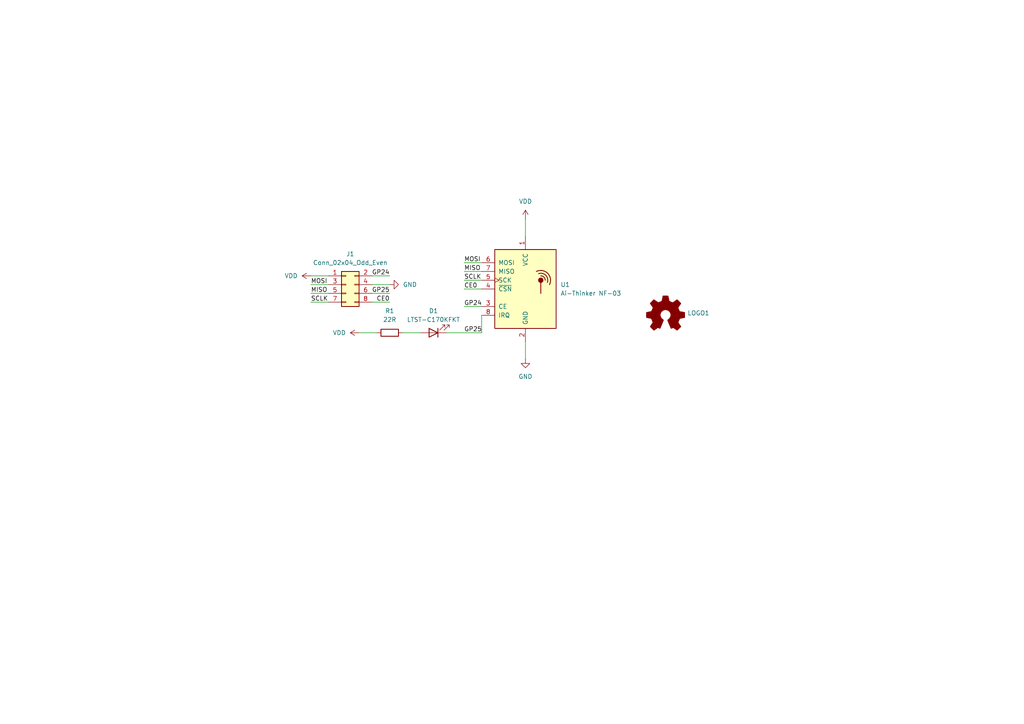
<source format=kicad_sch>
(kicad_sch (version 20211123) (generator eeschema)

  (uuid 686bf03b-715c-4b76-9cc6-0be0fafb7858)

  (paper "A4")

  (title_block
    (title "nRF24L01+ for Raspberry Pi")
    (date "2022-11-04")
    (rev "1.0.1")
    (company "City Science Lab @ Taipei Tech")
    (comment 1 "Copyright © Danny Chou, all rights reserved.")
    (comment 2 "DANCHOUZHOU")
  )

  (lib_symbols
    (symbol "Connector_Generic:Conn_02x04_Odd_Even" (pin_names (offset 1.016) hide) (in_bom yes) (on_board yes)
      (property "Reference" "J" (id 0) (at 1.27 5.08 0)
        (effects (font (size 1.27 1.27)))
      )
      (property "Value" "Conn_02x04_Odd_Even" (id 1) (at 1.27 -7.62 0)
        (effects (font (size 1.27 1.27)))
      )
      (property "Footprint" "" (id 2) (at 0 0 0)
        (effects (font (size 1.27 1.27)) hide)
      )
      (property "Datasheet" "~" (id 3) (at 0 0 0)
        (effects (font (size 1.27 1.27)) hide)
      )
      (property "ki_keywords" "connector" (id 4) (at 0 0 0)
        (effects (font (size 1.27 1.27)) hide)
      )
      (property "ki_description" "Generic connector, double row, 02x04, odd/even pin numbering scheme (row 1 odd numbers, row 2 even numbers), script generated (kicad-library-utils/schlib/autogen/connector/)" (id 5) (at 0 0 0)
        (effects (font (size 1.27 1.27)) hide)
      )
      (property "ki_fp_filters" "Connector*:*_2x??_*" (id 6) (at 0 0 0)
        (effects (font (size 1.27 1.27)) hide)
      )
      (symbol "Conn_02x04_Odd_Even_1_1"
        (rectangle (start -1.27 -4.953) (end 0 -5.207)
          (stroke (width 0.1524) (type default) (color 0 0 0 0))
          (fill (type none))
        )
        (rectangle (start -1.27 -2.413) (end 0 -2.667)
          (stroke (width 0.1524) (type default) (color 0 0 0 0))
          (fill (type none))
        )
        (rectangle (start -1.27 0.127) (end 0 -0.127)
          (stroke (width 0.1524) (type default) (color 0 0 0 0))
          (fill (type none))
        )
        (rectangle (start -1.27 2.667) (end 0 2.413)
          (stroke (width 0.1524) (type default) (color 0 0 0 0))
          (fill (type none))
        )
        (rectangle (start -1.27 3.81) (end 3.81 -6.35)
          (stroke (width 0.254) (type default) (color 0 0 0 0))
          (fill (type background))
        )
        (rectangle (start 3.81 -4.953) (end 2.54 -5.207)
          (stroke (width 0.1524) (type default) (color 0 0 0 0))
          (fill (type none))
        )
        (rectangle (start 3.81 -2.413) (end 2.54 -2.667)
          (stroke (width 0.1524) (type default) (color 0 0 0 0))
          (fill (type none))
        )
        (rectangle (start 3.81 0.127) (end 2.54 -0.127)
          (stroke (width 0.1524) (type default) (color 0 0 0 0))
          (fill (type none))
        )
        (rectangle (start 3.81 2.667) (end 2.54 2.413)
          (stroke (width 0.1524) (type default) (color 0 0 0 0))
          (fill (type none))
        )
        (pin passive line (at -5.08 2.54 0) (length 3.81)
          (name "Pin_1" (effects (font (size 1.27 1.27))))
          (number "1" (effects (font (size 1.27 1.27))))
        )
        (pin passive line (at 7.62 2.54 180) (length 3.81)
          (name "Pin_2" (effects (font (size 1.27 1.27))))
          (number "2" (effects (font (size 1.27 1.27))))
        )
        (pin passive line (at -5.08 0 0) (length 3.81)
          (name "Pin_3" (effects (font (size 1.27 1.27))))
          (number "3" (effects (font (size 1.27 1.27))))
        )
        (pin passive line (at 7.62 0 180) (length 3.81)
          (name "Pin_4" (effects (font (size 1.27 1.27))))
          (number "4" (effects (font (size 1.27 1.27))))
        )
        (pin passive line (at -5.08 -2.54 0) (length 3.81)
          (name "Pin_5" (effects (font (size 1.27 1.27))))
          (number "5" (effects (font (size 1.27 1.27))))
        )
        (pin passive line (at 7.62 -2.54 180) (length 3.81)
          (name "Pin_6" (effects (font (size 1.27 1.27))))
          (number "6" (effects (font (size 1.27 1.27))))
        )
        (pin passive line (at -5.08 -5.08 0) (length 3.81)
          (name "Pin_7" (effects (font (size 1.27 1.27))))
          (number "7" (effects (font (size 1.27 1.27))))
        )
        (pin passive line (at 7.62 -5.08 180) (length 3.81)
          (name "Pin_8" (effects (font (size 1.27 1.27))))
          (number "8" (effects (font (size 1.27 1.27))))
        )
      )
    )
    (symbol "Device:LED" (pin_numbers hide) (pin_names (offset 1.016) hide) (in_bom yes) (on_board yes)
      (property "Reference" "D" (id 0) (at 0 2.54 0)
        (effects (font (size 1.27 1.27)))
      )
      (property "Value" "LED" (id 1) (at 0 -2.54 0)
        (effects (font (size 1.27 1.27)))
      )
      (property "Footprint" "" (id 2) (at 0 0 0)
        (effects (font (size 1.27 1.27)) hide)
      )
      (property "Datasheet" "~" (id 3) (at 0 0 0)
        (effects (font (size 1.27 1.27)) hide)
      )
      (property "ki_keywords" "LED diode" (id 4) (at 0 0 0)
        (effects (font (size 1.27 1.27)) hide)
      )
      (property "ki_description" "Light emitting diode" (id 5) (at 0 0 0)
        (effects (font (size 1.27 1.27)) hide)
      )
      (property "ki_fp_filters" "LED* LED_SMD:* LED_THT:*" (id 6) (at 0 0 0)
        (effects (font (size 1.27 1.27)) hide)
      )
      (symbol "LED_0_1"
        (polyline
          (pts
            (xy -1.27 -1.27)
            (xy -1.27 1.27)
          )
          (stroke (width 0.254) (type default) (color 0 0 0 0))
          (fill (type none))
        )
        (polyline
          (pts
            (xy -1.27 0)
            (xy 1.27 0)
          )
          (stroke (width 0) (type default) (color 0 0 0 0))
          (fill (type none))
        )
        (polyline
          (pts
            (xy 1.27 -1.27)
            (xy 1.27 1.27)
            (xy -1.27 0)
            (xy 1.27 -1.27)
          )
          (stroke (width 0.254) (type default) (color 0 0 0 0))
          (fill (type none))
        )
        (polyline
          (pts
            (xy -3.048 -0.762)
            (xy -4.572 -2.286)
            (xy -3.81 -2.286)
            (xy -4.572 -2.286)
            (xy -4.572 -1.524)
          )
          (stroke (width 0) (type default) (color 0 0 0 0))
          (fill (type none))
        )
        (polyline
          (pts
            (xy -1.778 -0.762)
            (xy -3.302 -2.286)
            (xy -2.54 -2.286)
            (xy -3.302 -2.286)
            (xy -3.302 -1.524)
          )
          (stroke (width 0) (type default) (color 0 0 0 0))
          (fill (type none))
        )
      )
      (symbol "LED_1_1"
        (pin passive line (at -3.81 0 0) (length 2.54)
          (name "K" (effects (font (size 1.27 1.27))))
          (number "1" (effects (font (size 1.27 1.27))))
        )
        (pin passive line (at 3.81 0 180) (length 2.54)
          (name "A" (effects (font (size 1.27 1.27))))
          (number "2" (effects (font (size 1.27 1.27))))
        )
      )
    )
    (symbol "Device:R" (pin_numbers hide) (pin_names (offset 0)) (in_bom yes) (on_board yes)
      (property "Reference" "R" (id 0) (at 2.032 0 90)
        (effects (font (size 1.27 1.27)))
      )
      (property "Value" "R" (id 1) (at 0 0 90)
        (effects (font (size 1.27 1.27)))
      )
      (property "Footprint" "" (id 2) (at -1.778 0 90)
        (effects (font (size 1.27 1.27)) hide)
      )
      (property "Datasheet" "~" (id 3) (at 0 0 0)
        (effects (font (size 1.27 1.27)) hide)
      )
      (property "ki_keywords" "R res resistor" (id 4) (at 0 0 0)
        (effects (font (size 1.27 1.27)) hide)
      )
      (property "ki_description" "Resistor" (id 5) (at 0 0 0)
        (effects (font (size 1.27 1.27)) hide)
      )
      (property "ki_fp_filters" "R_*" (id 6) (at 0 0 0)
        (effects (font (size 1.27 1.27)) hide)
      )
      (symbol "R_0_1"
        (rectangle (start -1.016 -2.54) (end 1.016 2.54)
          (stroke (width 0.254) (type default) (color 0 0 0 0))
          (fill (type none))
        )
      )
      (symbol "R_1_1"
        (pin passive line (at 0 3.81 270) (length 1.27)
          (name "~" (effects (font (size 1.27 1.27))))
          (number "1" (effects (font (size 1.27 1.27))))
        )
        (pin passive line (at 0 -3.81 90) (length 1.27)
          (name "~" (effects (font (size 1.27 1.27))))
          (number "2" (effects (font (size 1.27 1.27))))
        )
      )
    )
    (symbol "Graphic:Logo_Open_Hardware_Small" (pin_names (offset 1.016)) (in_bom yes) (on_board yes)
      (property "Reference" "#LOGO" (id 0) (at 0 6.985 0)
        (effects (font (size 1.27 1.27)) hide)
      )
      (property "Value" "Logo_Open_Hardware_Small" (id 1) (at 0 -5.715 0)
        (effects (font (size 1.27 1.27)) hide)
      )
      (property "Footprint" "" (id 2) (at 0 0 0)
        (effects (font (size 1.27 1.27)) hide)
      )
      (property "Datasheet" "~" (id 3) (at 0 0 0)
        (effects (font (size 1.27 1.27)) hide)
      )
      (property "ki_keywords" "Logo" (id 4) (at 0 0 0)
        (effects (font (size 1.27 1.27)) hide)
      )
      (property "ki_description" "Open Hardware logo, small" (id 5) (at 0 0 0)
        (effects (font (size 1.27 1.27)) hide)
      )
      (symbol "Logo_Open_Hardware_Small_0_1"
        (polyline
          (pts
            (xy 3.3528 -4.3434)
            (xy 3.302 -4.318)
            (xy 3.175 -4.2418)
            (xy 2.9972 -4.1148)
            (xy 2.7686 -3.9624)
            (xy 2.54 -3.81)
            (xy 2.3622 -3.7084)
            (xy 2.2352 -3.6068)
            (xy 2.1844 -3.5814)
            (xy 2.159 -3.6068)
            (xy 2.0574 -3.6576)
            (xy 1.905 -3.7338)
            (xy 1.8034 -3.7846)
            (xy 1.6764 -3.8354)
            (xy 1.6002 -3.8354)
            (xy 1.6002 -3.8354)
            (xy 1.5494 -3.7338)
            (xy 1.4732 -3.5306)
            (xy 1.3462 -3.302)
            (xy 1.2446 -3.0226)
            (xy 1.1176 -2.7178)
            (xy 0.9652 -2.413)
            (xy 0.8636 -2.1082)
            (xy 0.7366 -1.8288)
            (xy 0.6604 -1.6256)
            (xy 0.6096 -1.4732)
            (xy 0.5842 -1.397)
            (xy 0.5842 -1.397)
            (xy 0.6604 -1.3208)
            (xy 0.7874 -1.2446)
            (xy 1.0414 -1.016)
            (xy 1.2954 -0.6858)
            (xy 1.4478 -0.3302)
            (xy 1.524 0.0762)
            (xy 1.4732 0.4572)
            (xy 1.3208 0.8128)
            (xy 1.0668 1.143)
            (xy 0.762 1.3716)
            (xy 0.4064 1.524)
            (xy 0 1.5748)
            (xy -0.381 1.5494)
            (xy -0.7366 1.397)
            (xy -1.0668 1.143)
            (xy -1.2192 0.9906)
            (xy -1.397 0.6604)
            (xy -1.524 0.3048)
            (xy -1.524 0.2286)
            (xy -1.4986 -0.1778)
            (xy -1.397 -0.5334)
            (xy -1.1938 -0.8636)
            (xy -0.9144 -1.143)
            (xy -0.8636 -1.1684)
            (xy -0.7366 -1.27)
            (xy -0.635 -1.3462)
            (xy -0.5842 -1.397)
            (xy -1.0668 -2.5908)
            (xy -1.143 -2.794)
            (xy -1.2954 -3.1242)
            (xy -1.397 -3.4036)
            (xy -1.4986 -3.6322)
            (xy -1.5748 -3.7846)
            (xy -1.6002 -3.8354)
            (xy -1.6002 -3.8354)
            (xy -1.651 -3.8354)
            (xy -1.7272 -3.81)
            (xy -1.905 -3.7338)
            (xy -2.0066 -3.683)
            (xy -2.1336 -3.6068)
            (xy -2.2098 -3.5814)
            (xy -2.2606 -3.6068)
            (xy -2.3622 -3.683)
            (xy -2.54 -3.81)
            (xy -2.7686 -3.9624)
            (xy -2.9718 -4.0894)
            (xy -3.1496 -4.2164)
            (xy -3.302 -4.318)
            (xy -3.3528 -4.3434)
            (xy -3.3782 -4.3434)
            (xy -3.429 -4.318)
            (xy -3.5306 -4.2164)
            (xy -3.7084 -4.064)
            (xy -3.937 -3.8354)
            (xy -3.9624 -3.81)
            (xy -4.1656 -3.6068)
            (xy -4.318 -3.4544)
            (xy -4.4196 -3.3274)
            (xy -4.445 -3.2766)
            (xy -4.445 -3.2766)
            (xy -4.4196 -3.2258)
            (xy -4.318 -3.0734)
            (xy -4.2164 -2.8956)
            (xy -4.064 -2.667)
            (xy -3.6576 -2.0828)
            (xy -3.8862 -1.5494)
            (xy -3.937 -1.3716)
            (xy -4.0386 -1.1684)
            (xy -4.0894 -1.0414)
            (xy -4.1148 -0.9652)
            (xy -4.191 -0.9398)
            (xy -4.318 -0.9144)
            (xy -4.5466 -0.8636)
            (xy -4.8006 -0.8128)
            (xy -5.0546 -0.7874)
            (xy -5.2578 -0.7366)
            (xy -5.4356 -0.7112)
            (xy -5.5118 -0.6858)
            (xy -5.5118 -0.6858)
            (xy -5.5372 -0.635)
            (xy -5.5372 -0.5588)
            (xy -5.5372 -0.4318)
            (xy -5.5626 -0.2286)
            (xy -5.5626 0.0762)
            (xy -5.5626 0.127)
            (xy -5.5372 0.4064)
            (xy -5.5372 0.635)
            (xy -5.5372 0.762)
            (xy -5.5372 0.8382)
            (xy -5.5372 0.8382)
            (xy -5.461 0.8382)
            (xy -5.3086 0.889)
            (xy -5.08 0.9144)
            (xy -4.826 0.9652)
            (xy -4.8006 0.9906)
            (xy -4.5466 1.0414)
            (xy -4.318 1.0668)
            (xy -4.1656 1.1176)
            (xy -4.0894 1.143)
            (xy -4.0894 1.143)
            (xy -4.0386 1.2446)
            (xy -3.9624 1.4224)
            (xy -3.8608 1.6256)
            (xy -3.7846 1.8288)
            (xy -3.7084 2.0066)
            (xy -3.6576 2.159)
            (xy -3.6322 2.2098)
            (xy -3.6322 2.2098)
            (xy -3.683 2.286)
            (xy -3.7592 2.413)
            (xy -3.8862 2.5908)
            (xy -4.064 2.8194)
            (xy -4.064 2.8448)
            (xy -4.2164 3.0734)
            (xy -4.3434 3.2512)
            (xy -4.4196 3.3782)
            (xy -4.445 3.4544)
            (xy -4.445 3.4544)
            (xy -4.3942 3.5052)
            (xy -4.2926 3.6322)
            (xy -4.1148 3.81)
            (xy -3.937 4.0132)
            (xy -3.8608 4.064)
            (xy -3.6576 4.2926)
            (xy -3.5052 4.4196)
            (xy -3.4036 4.4958)
            (xy -3.3528 4.5212)
            (xy -3.3528 4.5212)
            (xy -3.302 4.4704)
            (xy -3.1496 4.3688)
            (xy -2.9718 4.2418)
            (xy -2.7432 4.0894)
            (xy -2.7178 4.0894)
            (xy -2.4892 3.937)
            (xy -2.3114 3.81)
            (xy -2.1844 3.7084)
            (xy -2.1336 3.683)
            (xy -2.1082 3.683)
            (xy -2.032 3.7084)
            (xy -1.8542 3.7592)
            (xy -1.6764 3.8354)
            (xy -1.4732 3.937)
            (xy -1.27 4.0132)
            (xy -1.143 4.064)
            (xy -1.0668 4.1148)
            (xy -1.0668 4.1148)
            (xy -1.0414 4.191)
            (xy -1.016 4.3434)
            (xy -0.9652 4.572)
            (xy -0.9144 4.8514)
            (xy -0.889 4.9022)
            (xy -0.8382 5.1562)
            (xy -0.8128 5.3848)
            (xy -0.7874 5.5372)
            (xy -0.762 5.588)
            (xy -0.7112 5.6134)
            (xy -0.5842 5.6134)
            (xy -0.4064 5.6134)
            (xy -0.1524 5.6134)
            (xy 0.0762 5.6134)
            (xy 0.3302 5.6134)
            (xy 0.5334 5.6134)
            (xy 0.6858 5.588)
            (xy 0.7366 5.588)
            (xy 0.7366 5.588)
            (xy 0.762 5.5118)
            (xy 0.8128 5.334)
            (xy 0.8382 5.1054)
            (xy 0.9144 4.826)
            (xy 0.9144 4.7752)
            (xy 0.9652 4.5212)
            (xy 1.016 4.2926)
            (xy 1.0414 4.1402)
            (xy 1.0668 4.0894)
            (xy 1.0668 4.0894)
            (xy 1.1938 4.0386)
            (xy 1.3716 3.9624)
            (xy 1.5748 3.8608)
            (xy 2.0828 3.6576)
            (xy 2.7178 4.0894)
            (xy 2.7686 4.1402)
            (xy 2.9972 4.2926)
            (xy 3.175 4.4196)
            (xy 3.302 4.4958)
            (xy 3.3782 4.5212)
            (xy 3.3782 4.5212)
            (xy 3.429 4.4704)
            (xy 3.556 4.3434)
            (xy 3.7338 4.191)
            (xy 3.9116 3.9878)
            (xy 4.064 3.8354)
            (xy 4.2418 3.6576)
            (xy 4.3434 3.556)
            (xy 4.4196 3.4798)
            (xy 4.4196 3.429)
            (xy 4.4196 3.4036)
            (xy 4.3942 3.3274)
            (xy 4.2926 3.2004)
            (xy 4.1656 2.9972)
            (xy 4.0132 2.794)
            (xy 3.8862 2.5908)
            (xy 3.7592 2.3876)
            (xy 3.6576 2.2352)
            (xy 3.6322 2.159)
            (xy 3.6322 2.1336)
            (xy 3.683 2.0066)
            (xy 3.7592 1.8288)
            (xy 3.8608 1.6002)
            (xy 4.064 1.1176)
            (xy 4.3942 1.0414)
            (xy 4.5974 1.016)
            (xy 4.8768 0.9652)
            (xy 5.1308 0.9144)
            (xy 5.5372 0.8382)
            (xy 5.5626 -0.6604)
            (xy 5.4864 -0.6858)
            (xy 5.4356 -0.6858)
            (xy 5.2832 -0.7366)
            (xy 5.0546 -0.762)
            (xy 4.8006 -0.8128)
            (xy 4.5974 -0.8636)
            (xy 4.3688 -0.9144)
            (xy 4.2164 -0.9398)
            (xy 4.1402 -0.9398)
            (xy 4.1148 -0.9652)
            (xy 4.064 -1.0668)
            (xy 3.9878 -1.2446)
            (xy 3.9116 -1.4478)
            (xy 3.81 -1.651)
            (xy 3.7338 -1.8542)
            (xy 3.683 -2.0066)
            (xy 3.6576 -2.0828)
            (xy 3.683 -2.1336)
            (xy 3.7846 -2.2606)
            (xy 3.8862 -2.4638)
            (xy 4.0386 -2.667)
            (xy 4.191 -2.8956)
            (xy 4.318 -3.0734)
            (xy 4.3942 -3.2004)
            (xy 4.445 -3.2766)
            (xy 4.4196 -3.3274)
            (xy 4.3434 -3.429)
            (xy 4.1656 -3.5814)
            (xy 3.937 -3.8354)
            (xy 3.8862 -3.8608)
            (xy 3.683 -4.064)
            (xy 3.5306 -4.2164)
            (xy 3.4036 -4.318)
            (xy 3.3528 -4.3434)
          )
          (stroke (width 0) (type default) (color 0 0 0 0))
          (fill (type outline))
        )
      )
    )
    (symbol "RF:NRF24L01_Breakout" (pin_names (offset 1.016)) (in_bom yes) (on_board yes)
      (property "Reference" "U1" (id 0) (at 10.16 1.2701 0)
        (effects (font (size 1.27 1.27)) (justify left))
      )
      (property "Value" "NRF24L01_Breakout" (id 1) (at 10.16 -1.2699 0)
        (effects (font (size 1.27 1.27)) (justify left))
      )
      (property "Footprint" "NF-03:Ai-Thinker-NF-03" (id 2) (at 3.81 15.24 0)
        (effects (font (size 1.27 1.27) italic) (justify left) hide)
      )
      (property "Datasheet" "http://www.nordicsemi.com/eng/content/download/2730/34105/file/nRF24L01_Product_Specification_v2_0.pdf" (id 3) (at 0 -2.54 0)
        (effects (font (size 1.27 1.27)) hide)
      )
      (property "ki_keywords" "Low Power RF Transceiver breakout carrier" (id 4) (at 0 0 0)
        (effects (font (size 1.27 1.27)) hide)
      )
      (property "ki_description" "Ultra low power 2.4GHz RF Transceiver, Carrier PCB" (id 5) (at 0 0 0)
        (effects (font (size 1.27 1.27)) hide)
      )
      (property "ki_fp_filters" "nRF24L01*Breakout*" (id 6) (at 0 0 0)
        (effects (font (size 1.27 1.27)) hide)
      )
      (symbol "NRF24L01_Breakout_0_1"
        (rectangle (start -8.89 11.43) (end 8.89 -11.43)
          (stroke (width 0.254) (type default) (color 0 0 0 0))
          (fill (type background))
        )
        (polyline
          (pts
            (xy 4.445 1.905)
            (xy 4.445 -1.27)
          )
          (stroke (width 0.254) (type default) (color 0 0 0 0))
          (fill (type none))
        )
        (circle (center 4.445 2.54) (radius 0.635)
          (stroke (width 0.254) (type default) (color 0 0 0 0))
          (fill (type outline))
        )
        (arc (start 5.715 2.54) (mid 5.3521 3.4546) (end 4.445 3.81)
          (stroke (width 0.254) (type default) (color 0 0 0 0))
          (fill (type none))
        )
        (arc (start 6.35 1.905) (mid 5.8763 3.9854) (end 3.81 4.445)
          (stroke (width 0.254) (type default) (color 0 0 0 0))
          (fill (type none))
        )
        (arc (start 6.985 1.27) (mid 6.453 4.548) (end 3.175 5.08)
          (stroke (width 0.254) (type default) (color 0 0 0 0))
          (fill (type none))
        )
      )
      (symbol "NRF24L01_Breakout_1_1"
        (pin power_in line (at 0 15.24 270) (length 3.81)
          (name "VCC" (effects (font (size 1.27 1.27))))
          (number "1" (effects (font (size 1.27 1.27))))
        )
        (pin power_in line (at 0 -15.24 90) (length 3.81)
          (name "GND" (effects (font (size 1.27 1.27))))
          (number "2" (effects (font (size 1.27 1.27))))
        )
        (pin input line (at -12.7 -5.08 0) (length 3.81)
          (name "CE" (effects (font (size 1.27 1.27))))
          (number "3" (effects (font (size 1.27 1.27))))
        )
        (pin input line (at -12.7 0 0) (length 3.81)
          (name "~{CSN}" (effects (font (size 1.27 1.27))))
          (number "4" (effects (font (size 1.27 1.27))))
        )
        (pin input clock (at -12.7 2.54 0) (length 3.81)
          (name "SCK" (effects (font (size 1.27 1.27))))
          (number "5" (effects (font (size 1.27 1.27))))
        )
        (pin input line (at -12.7 7.62 0) (length 3.81)
          (name "MOSI" (effects (font (size 1.27 1.27))))
          (number "6" (effects (font (size 1.27 1.27))))
        )
        (pin output line (at -12.7 5.08 0) (length 3.81)
          (name "MISO" (effects (font (size 1.27 1.27))))
          (number "7" (effects (font (size 1.27 1.27))))
        )
        (pin output line (at -12.7 -7.62 0) (length 3.81)
          (name "IRQ" (effects (font (size 1.27 1.27))))
          (number "8" (effects (font (size 1.27 1.27))))
        )
      )
    )
    (symbol "power:GND" (power) (pin_names (offset 0)) (in_bom yes) (on_board yes)
      (property "Reference" "#PWR" (id 0) (at 0 -6.35 0)
        (effects (font (size 1.27 1.27)) hide)
      )
      (property "Value" "GND" (id 1) (at 0 -3.81 0)
        (effects (font (size 1.27 1.27)))
      )
      (property "Footprint" "" (id 2) (at 0 0 0)
        (effects (font (size 1.27 1.27)) hide)
      )
      (property "Datasheet" "" (id 3) (at 0 0 0)
        (effects (font (size 1.27 1.27)) hide)
      )
      (property "ki_keywords" "power-flag" (id 4) (at 0 0 0)
        (effects (font (size 1.27 1.27)) hide)
      )
      (property "ki_description" "Power symbol creates a global label with name \"GND\" , ground" (id 5) (at 0 0 0)
        (effects (font (size 1.27 1.27)) hide)
      )
      (symbol "GND_0_1"
        (polyline
          (pts
            (xy 0 0)
            (xy 0 -1.27)
            (xy 1.27 -1.27)
            (xy 0 -2.54)
            (xy -1.27 -1.27)
            (xy 0 -1.27)
          )
          (stroke (width 0) (type default) (color 0 0 0 0))
          (fill (type none))
        )
      )
      (symbol "GND_1_1"
        (pin power_in line (at 0 0 270) (length 0) hide
          (name "GND" (effects (font (size 1.27 1.27))))
          (number "1" (effects (font (size 1.27 1.27))))
        )
      )
    )
    (symbol "power:VDD" (power) (pin_names (offset 0)) (in_bom yes) (on_board yes)
      (property "Reference" "#PWR" (id 0) (at 0 -3.81 0)
        (effects (font (size 1.27 1.27)) hide)
      )
      (property "Value" "VDD" (id 1) (at 0 3.81 0)
        (effects (font (size 1.27 1.27)))
      )
      (property "Footprint" "" (id 2) (at 0 0 0)
        (effects (font (size 1.27 1.27)) hide)
      )
      (property "Datasheet" "" (id 3) (at 0 0 0)
        (effects (font (size 1.27 1.27)) hide)
      )
      (property "ki_keywords" "power-flag" (id 4) (at 0 0 0)
        (effects (font (size 1.27 1.27)) hide)
      )
      (property "ki_description" "Power symbol creates a global label with name \"VDD\"" (id 5) (at 0 0 0)
        (effects (font (size 1.27 1.27)) hide)
      )
      (symbol "VDD_0_1"
        (polyline
          (pts
            (xy -0.762 1.27)
            (xy 0 2.54)
          )
          (stroke (width 0) (type default) (color 0 0 0 0))
          (fill (type none))
        )
        (polyline
          (pts
            (xy 0 0)
            (xy 0 2.54)
          )
          (stroke (width 0) (type default) (color 0 0 0 0))
          (fill (type none))
        )
        (polyline
          (pts
            (xy 0 2.54)
            (xy 0.762 1.27)
          )
          (stroke (width 0) (type default) (color 0 0 0 0))
          (fill (type none))
        )
      )
      (symbol "VDD_1_1"
        (pin power_in line (at 0 0 90) (length 0) hide
          (name "VDD" (effects (font (size 1.27 1.27))))
          (number "1" (effects (font (size 1.27 1.27))))
        )
      )
    )
  )


  (wire (pts (xy 152.4 99.06) (xy 152.4 104.14))
    (stroke (width 0) (type default) (color 0 0 0 0))
    (uuid 14c3a510-e3f8-4c9d-a6f6-1f4690a63e37)
  )
  (wire (pts (xy 107.95 80.01) (xy 113.03 80.01))
    (stroke (width 0) (type default) (color 0 0 0 0))
    (uuid 232554b5-a1cf-427e-bed3-a687dfede6ec)
  )
  (wire (pts (xy 90.17 80.01) (xy 95.25 80.01))
    (stroke (width 0) (type default) (color 0 0 0 0))
    (uuid 23394456-684f-4192-b968-8e0c9c81e67a)
  )
  (wire (pts (xy 152.4 63.5) (xy 152.4 68.58))
    (stroke (width 0) (type default) (color 0 0 0 0))
    (uuid 2c4bae2e-1bc0-4418-b230-fdd8192d6384)
  )
  (wire (pts (xy 134.62 81.28) (xy 139.7 81.28))
    (stroke (width 0) (type default) (color 0 0 0 0))
    (uuid 3682328d-8418-4670-bf75-e369e90b9eda)
  )
  (wire (pts (xy 134.62 78.74) (xy 139.7 78.74))
    (stroke (width 0) (type default) (color 0 0 0 0))
    (uuid 41b64ca4-74af-461f-972b-79a9ae054d6d)
  )
  (wire (pts (xy 134.62 88.9) (xy 139.7 88.9))
    (stroke (width 0) (type default) (color 0 0 0 0))
    (uuid 4fb583ae-e285-4f98-b12a-95ac46c40a6e)
  )
  (wire (pts (xy 116.84 96.52) (xy 121.92 96.52))
    (stroke (width 0) (type default) (color 0 0 0 0))
    (uuid 54925846-de2a-414b-ad33-4ebc072d3e24)
  )
  (wire (pts (xy 107.95 82.55) (xy 113.03 82.55))
    (stroke (width 0) (type default) (color 0 0 0 0))
    (uuid 67a62cd6-67f0-4f12-9cfd-f1b781d1ca13)
  )
  (wire (pts (xy 90.17 87.63) (xy 95.25 87.63))
    (stroke (width 0) (type default) (color 0 0 0 0))
    (uuid 7ceb2067-1e44-4c90-bbb0-f87971caa708)
  )
  (wire (pts (xy 134.62 76.2) (xy 139.7 76.2))
    (stroke (width 0) (type default) (color 0 0 0 0))
    (uuid b8197da6-50f9-49b6-b42c-051816c9f17c)
  )
  (wire (pts (xy 90.17 82.55) (xy 95.25 82.55))
    (stroke (width 0) (type default) (color 0 0 0 0))
    (uuid b98475ab-3b47-43a0-a612-7ebf1371ae61)
  )
  (wire (pts (xy 129.54 96.52) (xy 139.7 96.52))
    (stroke (width 0) (type default) (color 0 0 0 0))
    (uuid bd24e963-f4d7-40c4-b53b-599267d8baf2)
  )
  (wire (pts (xy 107.95 87.63) (xy 113.03 87.63))
    (stroke (width 0) (type default) (color 0 0 0 0))
    (uuid c26fd5d8-ffe2-489b-83c9-36ed85e7d2ef)
  )
  (wire (pts (xy 139.7 91.44) (xy 139.7 96.52))
    (stroke (width 0) (type default) (color 0 0 0 0))
    (uuid dbc60f90-a06c-4ce1-a5ab-bbabd9a9dea9)
  )
  (wire (pts (xy 107.95 85.09) (xy 113.03 85.09))
    (stroke (width 0) (type default) (color 0 0 0 0))
    (uuid ea4f1351-68c5-42f9-8de4-7e2fa8fdcd1b)
  )
  (wire (pts (xy 90.17 85.09) (xy 95.25 85.09))
    (stroke (width 0) (type default) (color 0 0 0 0))
    (uuid ed8e39fd-daa8-49db-bb08-cdca3d0f2c47)
  )
  (wire (pts (xy 104.14 96.52) (xy 109.22 96.52))
    (stroke (width 0) (type default) (color 0 0 0 0))
    (uuid f87e9f80-55bd-473d-bd03-73e004c4e961)
  )
  (wire (pts (xy 134.62 83.82) (xy 139.7 83.82))
    (stroke (width 0) (type default) (color 0 0 0 0))
    (uuid fdbfdc9c-71f8-43db-b40c-36c14ea0e8b3)
  )

  (label "CE0" (at 134.62 83.82 0)
    (effects (font (size 1.27 1.27)) (justify left bottom))
    (uuid 01abdcd4-4dbe-4487-be62-651acb569db5)
  )
  (label "MOSI" (at 90.17 82.55 0)
    (effects (font (size 1.27 1.27)) (justify left bottom))
    (uuid 18e9a1b6-0bfa-495f-9eab-c58cddd4ebdf)
  )
  (label "MISO" (at 90.17 85.09 0)
    (effects (font (size 1.27 1.27)) (justify left bottom))
    (uuid 4bf4ab1c-a880-4f4a-8ed9-ecba6d74f146)
  )
  (label "MOSI" (at 134.62 76.2 0)
    (effects (font (size 1.27 1.27)) (justify left bottom))
    (uuid 769af77e-9ddb-4970-b061-901f270ad6f4)
  )
  (label "MISO" (at 134.62 78.74 0)
    (effects (font (size 1.27 1.27)) (justify left bottom))
    (uuid 84ce53d9-74a5-4ebb-8d80-7558090bfda3)
  )
  (label "CE0" (at 113.03 87.63 180)
    (effects (font (size 1.27 1.27)) (justify right bottom))
    (uuid 99f101e3-6881-472a-841c-cd42a1cca66d)
  )
  (label "SCLK" (at 134.62 81.28 0)
    (effects (font (size 1.27 1.27)) (justify left bottom))
    (uuid 9d5020a3-77f4-43d5-9486-21081b811d9b)
  )
  (label "GP24" (at 113.03 80.01 180)
    (effects (font (size 1.27 1.27)) (justify right bottom))
    (uuid bb728fe5-f9f9-4d22-bb52-6fb227b49e74)
  )
  (label "SCLK" (at 90.17 87.63 0)
    (effects (font (size 1.27 1.27)) (justify left bottom))
    (uuid c37cb3d5-9843-49dd-a238-d4527cf52d4f)
  )
  (label "GP24" (at 134.62 88.9 0)
    (effects (font (size 1.27 1.27)) (justify left bottom))
    (uuid db7480f1-5d6a-4dc2-9ee4-bf190bafa189)
  )
  (label "GP25" (at 134.62 96.52 0)
    (effects (font (size 1.27 1.27)) (justify left bottom))
    (uuid e82e0d9c-c297-41b0-8872-f90229acbb53)
  )
  (label "GP25" (at 113.03 85.09 180)
    (effects (font (size 1.27 1.27)) (justify right bottom))
    (uuid f1ce93ee-0b80-43bc-81f7-edfc61d1252f)
  )

  (symbol (lib_id "Device:LED") (at 125.73 96.52 180) (unit 1)
    (in_bom yes) (on_board yes)
    (uuid 20d341c1-5ef3-4f33-9509-c6753bca55c0)
    (property "Reference" "D1" (id 0) (at 125.73 90.17 0))
    (property "Value" "LTST-C170KFKT" (id 1) (at 125.73 92.71 0))
    (property "Footprint" "LED_SMD:LED_0805_2012Metric" (id 2) (at 125.73 96.52 0)
      (effects (font (size 1.27 1.27)) hide)
    )
    (property "Datasheet" "~" (id 3) (at 125.73 96.52 0)
      (effects (font (size 1.27 1.27)) hide)
    )
    (pin "1" (uuid b843ddf3-cd39-413d-900b-cd67057cfee0))
    (pin "2" (uuid 1312eb3f-c690-41ca-b464-458118ef5193))
  )

  (symbol (lib_id "Connector_Generic:Conn_02x04_Odd_Even") (at 100.33 82.55 0) (unit 1)
    (in_bom yes) (on_board yes) (fields_autoplaced)
    (uuid 3841719f-8a99-428f-94ad-038c5d71edb1)
    (property "Reference" "J1" (id 0) (at 101.6 73.66 0))
    (property "Value" "Conn_02x04_Odd_Even" (id 1) (at 101.6 76.2 0))
    (property "Footprint" "Connector_PinSocket_2.54mm:PinSocket_2x04_P2.54mm_Vertical" (id 2) (at 100.33 82.55 0)
      (effects (font (size 1.27 1.27)) hide)
    )
    (property "Datasheet" "~" (id 3) (at 100.33 82.55 0)
      (effects (font (size 1.27 1.27)) hide)
    )
    (pin "1" (uuid d63772b9-c3c5-4cf5-950a-038ff3e4ad4d))
    (pin "2" (uuid d943ee6f-d30b-4a74-9927-51293f166825))
    (pin "3" (uuid 9aa227e0-8ee2-42b4-8f8e-67fb47459f3b))
    (pin "4" (uuid b799bae2-f242-4866-9503-bb011492b79f))
    (pin "5" (uuid 56d4c1cf-fb26-4553-b16b-8ce6e576c5b2))
    (pin "6" (uuid c6697471-869a-4509-b532-10ed42492f48))
    (pin "7" (uuid 860570e4-d1b0-486d-a948-31fd7c0ccc85))
    (pin "8" (uuid 70736044-840d-4d8a-b41c-228f1618fcb3))
  )

  (symbol (lib_id "power:GND") (at 113.03 82.55 90) (unit 1)
    (in_bom yes) (on_board yes) (fields_autoplaced)
    (uuid 4985d517-6664-4c6c-b1ef-bc8a0c31efa4)
    (property "Reference" "#PWR0104" (id 0) (at 119.38 82.55 0)
      (effects (font (size 1.27 1.27)) hide)
    )
    (property "Value" "GND" (id 1) (at 116.84 82.5499 90)
      (effects (font (size 1.27 1.27)) (justify right))
    )
    (property "Footprint" "" (id 2) (at 113.03 82.55 0)
      (effects (font (size 1.27 1.27)) hide)
    )
    (property "Datasheet" "" (id 3) (at 113.03 82.55 0)
      (effects (font (size 1.27 1.27)) hide)
    )
    (pin "1" (uuid e9d3890d-7cc5-4550-8f5e-1d731f20623f))
  )

  (symbol (lib_id "power:VDD") (at 90.17 80.01 90) (unit 1)
    (in_bom yes) (on_board yes) (fields_autoplaced)
    (uuid 74de392b-6ab7-4a93-aba8-cdf77a1ff33e)
    (property "Reference" "#PWR0101" (id 0) (at 93.98 80.01 0)
      (effects (font (size 1.27 1.27)) hide)
    )
    (property "Value" "VDD" (id 1) (at 86.36 80.0099 90)
      (effects (font (size 1.27 1.27)) (justify left))
    )
    (property "Footprint" "" (id 2) (at 90.17 80.01 0)
      (effects (font (size 1.27 1.27)) hide)
    )
    (property "Datasheet" "" (id 3) (at 90.17 80.01 0)
      (effects (font (size 1.27 1.27)) hide)
    )
    (pin "1" (uuid 2ff13fc9-6396-4482-9ad5-f02d839c07d8))
  )

  (symbol (lib_id "Graphic:Logo_Open_Hardware_Small") (at 193.04 91.44 0) (unit 1)
    (in_bom yes) (on_board yes) (fields_autoplaced)
    (uuid ac3c55f5-ac06-4d20-9d7a-0c379b7605d9)
    (property "Reference" "LOGO1" (id 0) (at 199.39 90.8049 0)
      (effects (font (size 1.27 1.27)) (justify left))
    )
    (property "Value" "Logo_Open_Hardware_Small" (id 1) (at 193.04 97.155 0)
      (effects (font (size 1.27 1.27)) hide)
    )
    (property "Footprint" "Symbol:OSHW-Logo_5.7x6mm_SilkScreen" (id 2) (at 193.04 91.44 0)
      (effects (font (size 1.27 1.27)) hide)
    )
    (property "Datasheet" "~" (id 3) (at 193.04 91.44 0)
      (effects (font (size 1.27 1.27)) hide)
    )
  )

  (symbol (lib_id "RF:NRF24L01_Breakout") (at 152.4 83.82 0) (unit 1)
    (in_bom yes) (on_board yes) (fields_autoplaced)
    (uuid d27a5e94-9367-4678-a0be-86116c69eaf3)
    (property "Reference" "U1" (id 0) (at 162.56 82.5499 0)
      (effects (font (size 1.27 1.27)) (justify left))
    )
    (property "Value" "Ai-Thinker NF-03" (id 1) (at 162.56 85.0899 0)
      (effects (font (size 1.27 1.27)) (justify left))
    )
    (property "Footprint" "NF-03:Ai-Thinker-NF-03" (id 2) (at 156.21 68.58 0)
      (effects (font (size 1.27 1.27) italic) (justify left) hide)
    )
    (property "Datasheet" "http://www.nordicsemi.com/eng/content/download/2730/34105/file/nRF24L01_Product_Specification_v2_0.pdf" (id 3) (at 152.4 86.36 0)
      (effects (font (size 1.27 1.27)) hide)
    )
    (pin "1" (uuid 7534a25b-8d1e-41d7-9b6f-f0988f79861f))
    (pin "2" (uuid 2174314c-7ede-466d-9d55-9e90ad016de6))
    (pin "3" (uuid 0746857d-a663-4933-8ccf-28c189085fca))
    (pin "4" (uuid 1e2cefeb-5317-44b7-8e10-236a0992e721))
    (pin "5" (uuid b48c7f18-bc01-4068-9c40-a5001b3a31c8))
    (pin "6" (uuid bb17d515-eb0b-464a-a802-61ea2a94be8c))
    (pin "7" (uuid bcd25872-5818-41d3-8371-2249246b6ecc))
    (pin "8" (uuid 1d7b196e-c5a6-4510-9bcd-67c6cab2505b))
  )

  (symbol (lib_id "Device:R") (at 113.03 96.52 90) (unit 1)
    (in_bom yes) (on_board yes) (fields_autoplaced)
    (uuid dbf0cce6-a822-4ca3-81fe-5551f0c237bd)
    (property "Reference" "R1" (id 0) (at 113.03 90.17 90))
    (property "Value" "22R" (id 1) (at 113.03 92.71 90))
    (property "Footprint" "Resistor_SMD:R_0805_2012Metric" (id 2) (at 113.03 98.298 90)
      (effects (font (size 1.27 1.27)) hide)
    )
    (property "Datasheet" "~" (id 3) (at 113.03 96.52 0)
      (effects (font (size 1.27 1.27)) hide)
    )
    (pin "1" (uuid 09630b34-a3de-4645-896f-4eb915284f26))
    (pin "2" (uuid 2f523f78-622d-4580-94d6-4e23a7751ca4))
  )

  (symbol (lib_id "power:GND") (at 152.4 104.14 0) (unit 1)
    (in_bom yes) (on_board yes) (fields_autoplaced)
    (uuid e4ba5968-4516-4e57-a27e-925af5656ae6)
    (property "Reference" "#PWR0105" (id 0) (at 152.4 110.49 0)
      (effects (font (size 1.27 1.27)) hide)
    )
    (property "Value" "GND" (id 1) (at 152.4 109.22 0))
    (property "Footprint" "" (id 2) (at 152.4 104.14 0)
      (effects (font (size 1.27 1.27)) hide)
    )
    (property "Datasheet" "" (id 3) (at 152.4 104.14 0)
      (effects (font (size 1.27 1.27)) hide)
    )
    (pin "1" (uuid 5bd55a1e-882e-4445-ba74-fd6382d4b7da))
  )

  (symbol (lib_id "power:VDD") (at 152.4 63.5 0) (unit 1)
    (in_bom yes) (on_board yes) (fields_autoplaced)
    (uuid e84c7f6b-0349-47c9-9f63-e4ba9de2cc36)
    (property "Reference" "#PWR0102" (id 0) (at 152.4 67.31 0)
      (effects (font (size 1.27 1.27)) hide)
    )
    (property "Value" "VDD" (id 1) (at 152.4 58.42 0))
    (property "Footprint" "" (id 2) (at 152.4 63.5 0)
      (effects (font (size 1.27 1.27)) hide)
    )
    (property "Datasheet" "" (id 3) (at 152.4 63.5 0)
      (effects (font (size 1.27 1.27)) hide)
    )
    (pin "1" (uuid 5ce8b5fe-d09b-4014-8839-6c9e20b6247f))
  )

  (symbol (lib_id "power:VDD") (at 104.14 96.52 90) (unit 1)
    (in_bom yes) (on_board yes) (fields_autoplaced)
    (uuid eaa7aa9f-e0a5-4856-bbd4-3fb6680810d6)
    (property "Reference" "#PWR0103" (id 0) (at 107.95 96.52 0)
      (effects (font (size 1.27 1.27)) hide)
    )
    (property "Value" "VDD" (id 1) (at 100.33 96.5199 90)
      (effects (font (size 1.27 1.27)) (justify left))
    )
    (property "Footprint" "" (id 2) (at 104.14 96.52 0)
      (effects (font (size 1.27 1.27)) hide)
    )
    (property "Datasheet" "" (id 3) (at 104.14 96.52 0)
      (effects (font (size 1.27 1.27)) hide)
    )
    (pin "1" (uuid 96b4c705-7cce-4543-90ef-389d8b2394a9))
  )

  (sheet_instances
    (path "/" (page "1"))
  )

  (symbol_instances
    (path "/74de392b-6ab7-4a93-aba8-cdf77a1ff33e"
      (reference "#PWR0101") (unit 1) (value "VDD") (footprint "")
    )
    (path "/e84c7f6b-0349-47c9-9f63-e4ba9de2cc36"
      (reference "#PWR0102") (unit 1) (value "VDD") (footprint "")
    )
    (path "/eaa7aa9f-e0a5-4856-bbd4-3fb6680810d6"
      (reference "#PWR0103") (unit 1) (value "VDD") (footprint "")
    )
    (path "/4985d517-6664-4c6c-b1ef-bc8a0c31efa4"
      (reference "#PWR0104") (unit 1) (value "GND") (footprint "")
    )
    (path "/e4ba5968-4516-4e57-a27e-925af5656ae6"
      (reference "#PWR0105") (unit 1) (value "GND") (footprint "")
    )
    (path "/20d341c1-5ef3-4f33-9509-c6753bca55c0"
      (reference "D1") (unit 1) (value "LTST-C170KFKT") (footprint "LED_SMD:LED_0805_2012Metric")
    )
    (path "/3841719f-8a99-428f-94ad-038c5d71edb1"
      (reference "J1") (unit 1) (value "Conn_02x04_Odd_Even") (footprint "Connector_PinSocket_2.54mm:PinSocket_2x04_P2.54mm_Vertical")
    )
    (path "/ac3c55f5-ac06-4d20-9d7a-0c379b7605d9"
      (reference "LOGO1") (unit 1) (value "Logo_Open_Hardware_Small") (footprint "Symbol:OSHW-Logo_5.7x6mm_SilkScreen")
    )
    (path "/dbf0cce6-a822-4ca3-81fe-5551f0c237bd"
      (reference "R1") (unit 1) (value "22R") (footprint "Resistor_SMD:R_0805_2012Metric")
    )
    (path "/d27a5e94-9367-4678-a0be-86116c69eaf3"
      (reference "U1") (unit 1) (value "Ai-Thinker NF-03") (footprint "NF-03:Ai-Thinker-NF-03")
    )
  )
)

</source>
